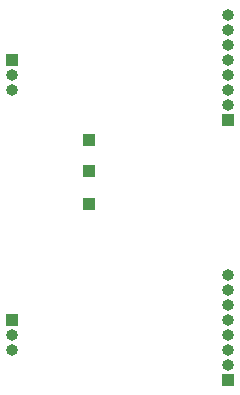
<source format=gbr>
%TF.GenerationSoftware,KiCad,Pcbnew,8.0.9-8.0.9-0~ubuntu22.04.1*%
%TF.CreationDate,2025-04-17T16:20:49+02:00*%
%TF.ProjectId,HB_Stamp_IO_EXT_debug_adapter_FUEL4EP,48425f53-7461-46d7-905f-494f5f455854,1.0*%
%TF.SameCoordinates,Original*%
%TF.FileFunction,Soldermask,Top*%
%TF.FilePolarity,Negative*%
%FSLAX46Y46*%
G04 Gerber Fmt 4.6, Leading zero omitted, Abs format (unit mm)*
G04 Created by KiCad (PCBNEW 8.0.9-8.0.9-0~ubuntu22.04.1) date 2025-04-17 16:20:49*
%MOMM*%
%LPD*%
G01*
G04 APERTURE LIST*
%ADD10R,1.000000X1.000000*%
%ADD11O,1.000000X1.000000*%
G04 APERTURE END LIST*
D10*
%TO.C,TP3*%
X8382000Y16256000D03*
%TD*%
%TO.C,J1*%
X1828800Y28451600D03*
D11*
X1828800Y27181600D03*
X1828800Y25911600D03*
%TD*%
D10*
%TO.C,J2*%
X20167600Y1371600D03*
D11*
X20167600Y2641600D03*
X20167600Y3911600D03*
X20167600Y5181600D03*
X20167600Y6451600D03*
X20167600Y7721600D03*
X20167600Y8991600D03*
X20167600Y10261600D03*
%TD*%
D10*
%TO.C,J4*%
X20167600Y23371600D03*
D11*
X20167600Y24641600D03*
X20167600Y25911600D03*
X20167600Y27181600D03*
X20167600Y28451600D03*
X20167600Y29721600D03*
X20167600Y30991600D03*
X20167600Y32261600D03*
%TD*%
D10*
%TO.C,J3*%
X1828800Y6451600D03*
D11*
X1828800Y5181600D03*
X1828800Y3911600D03*
%TD*%
D10*
%TO.C,TP2*%
X8400000Y19000000D03*
%TD*%
%TO.C,TP1*%
X8400000Y21700000D03*
%TD*%
M02*

</source>
